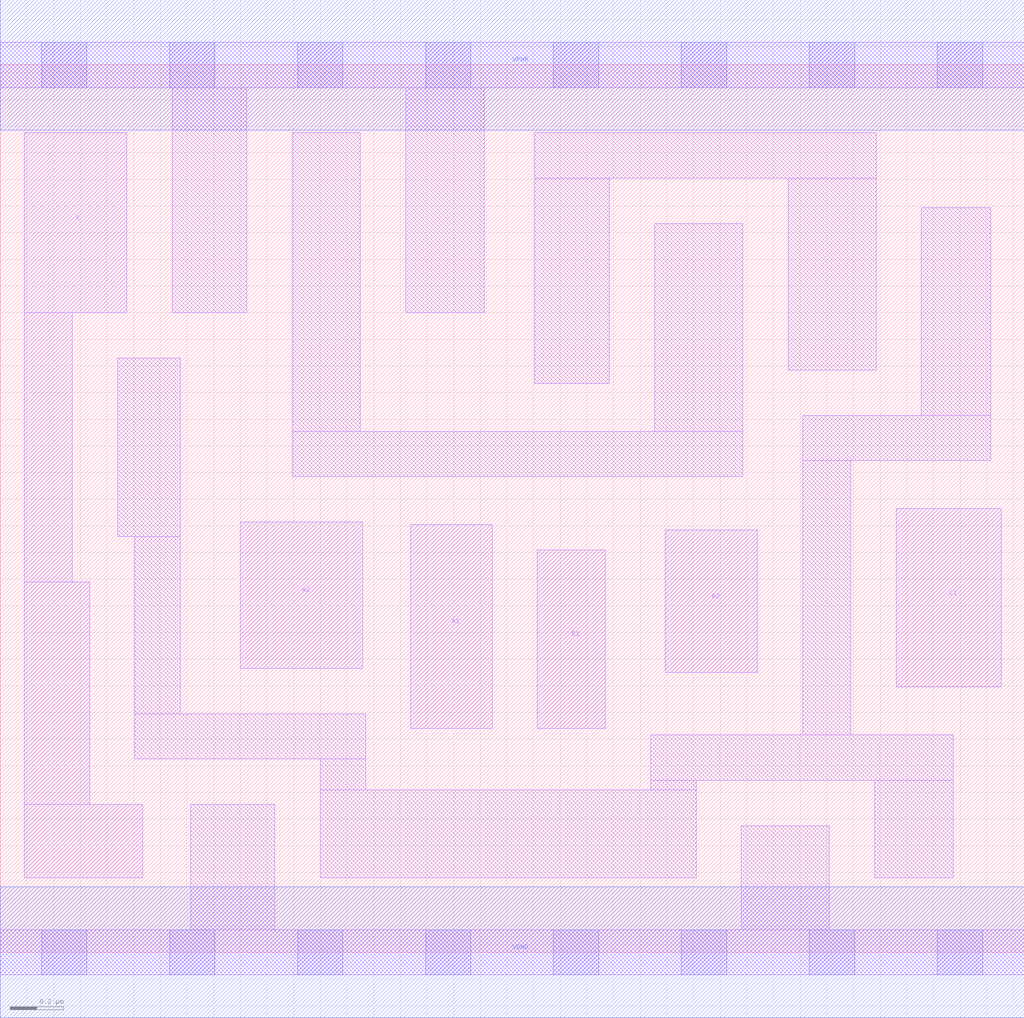
<source format=lef>
# Copyright 2020 The SkyWater PDK Authors
#
# Licensed under the Apache License, Version 2.0 (the "License");
# you may not use this file except in compliance with the License.
# You may obtain a copy of the License at
#
#     https://www.apache.org/licenses/LICENSE-2.0
#
# Unless required by applicable law or agreed to in writing, software
# distributed under the License is distributed on an "AS IS" BASIS,
# WITHOUT WARRANTIES OR CONDITIONS OF ANY KIND, either express or implied.
# See the License for the specific language governing permissions and
# limitations under the License.
#
# SPDX-License-Identifier: Apache-2.0

VERSION 5.7 ;
  NAMESCASESENSITIVE ON ;
  NOWIREEXTENSIONATPIN ON ;
  DIVIDERCHAR "/" ;
  BUSBITCHARS "[]" ;
UNITS
  DATABASE MICRONS 200 ;
END UNITS
MACRO sky130_fd_sc_lp__a221o_0
  CLASS CORE ;
  SOURCE USER ;
  FOREIGN sky130_fd_sc_lp__a221o_0 ;
  ORIGIN  0.000000  0.000000 ;
  SIZE  3.840000 BY  3.330000 ;
  SYMMETRY X Y R90 ;
  SITE unit ;
  PIN A1
    ANTENNAGATEAREA  0.159000 ;
    DIRECTION INPUT ;
    USE SIGNAL ;
    PORT
      LAYER li1 ;
        RECT 1.540000 0.840000 1.845000 1.605000 ;
    END
  END A1
  PIN A2
    ANTENNAGATEAREA  0.159000 ;
    DIRECTION INPUT ;
    USE SIGNAL ;
    PORT
      LAYER li1 ;
        RECT 0.900000 1.065000 1.360000 1.615000 ;
    END
  END A2
  PIN B1
    ANTENNAGATEAREA  0.159000 ;
    DIRECTION INPUT ;
    USE SIGNAL ;
    PORT
      LAYER li1 ;
        RECT 2.015000 0.840000 2.270000 1.510000 ;
    END
  END B1
  PIN B2
    ANTENNAGATEAREA  0.159000 ;
    DIRECTION INPUT ;
    USE SIGNAL ;
    PORT
      LAYER li1 ;
        RECT 2.495000 1.050000 2.840000 1.585000 ;
    END
  END B2
  PIN C1
    ANTENNAGATEAREA  0.159000 ;
    DIRECTION INPUT ;
    USE SIGNAL ;
    PORT
      LAYER li1 ;
        RECT 3.360000 0.995000 3.755000 1.665000 ;
    END
  END C1
  PIN X
    ANTENNADIFFAREA  0.280900 ;
    DIRECTION OUTPUT ;
    USE SIGNAL ;
    PORT
      LAYER li1 ;
        RECT 0.090000 0.280000 0.535000 0.555000 ;
        RECT 0.090000 0.555000 0.335000 1.390000 ;
        RECT 0.090000 1.390000 0.270000 2.400000 ;
        RECT 0.090000 2.400000 0.475000 3.075000 ;
    END
  END X
  PIN VGND
    DIRECTION INOUT ;
    USE GROUND ;
    PORT
      LAYER met1 ;
        RECT 0.000000 -0.245000 3.840000 0.245000 ;
    END
  END VGND
  PIN VPWR
    DIRECTION INOUT ;
    USE POWER ;
    PORT
      LAYER met1 ;
        RECT 0.000000 3.085000 3.840000 3.575000 ;
    END
  END VPWR
  OBS
    LAYER li1 ;
      RECT 0.000000 -0.085000 3.840000 0.085000 ;
      RECT 0.000000  3.245000 3.840000 3.415000 ;
      RECT 0.440000  1.560000 0.675000 2.230000 ;
      RECT 0.505000  0.725000 1.370000 0.895000 ;
      RECT 0.505000  0.895000 0.675000 1.560000 ;
      RECT 0.645000  2.400000 0.925000 3.245000 ;
      RECT 0.715000  0.085000 1.030000 0.555000 ;
      RECT 1.095000  1.785000 2.785000 1.955000 ;
      RECT 1.095000  1.955000 1.350000 3.075000 ;
      RECT 1.200000  0.280000 2.610000 0.610000 ;
      RECT 1.200000  0.610000 1.370000 0.725000 ;
      RECT 1.520000  2.400000 1.815000 3.245000 ;
      RECT 2.005000  2.135000 2.285000 2.905000 ;
      RECT 2.005000  2.905000 3.285000 3.075000 ;
      RECT 2.440000  0.610000 2.610000 0.645000 ;
      RECT 2.440000  0.645000 3.575000 0.815000 ;
      RECT 2.455000  1.955000 2.785000 2.735000 ;
      RECT 2.780000  0.085000 3.110000 0.475000 ;
      RECT 2.955000  2.185000 3.285000 2.905000 ;
      RECT 3.010000  0.815000 3.190000 1.845000 ;
      RECT 3.010000  1.845000 3.715000 2.015000 ;
      RECT 3.280000  0.280000 3.575000 0.645000 ;
      RECT 3.455000  2.015000 3.715000 2.795000 ;
    LAYER mcon ;
      RECT 0.155000 -0.085000 0.325000 0.085000 ;
      RECT 0.155000  3.245000 0.325000 3.415000 ;
      RECT 0.635000 -0.085000 0.805000 0.085000 ;
      RECT 0.635000  3.245000 0.805000 3.415000 ;
      RECT 1.115000 -0.085000 1.285000 0.085000 ;
      RECT 1.115000  3.245000 1.285000 3.415000 ;
      RECT 1.595000 -0.085000 1.765000 0.085000 ;
      RECT 1.595000  3.245000 1.765000 3.415000 ;
      RECT 2.075000 -0.085000 2.245000 0.085000 ;
      RECT 2.075000  3.245000 2.245000 3.415000 ;
      RECT 2.555000 -0.085000 2.725000 0.085000 ;
      RECT 2.555000  3.245000 2.725000 3.415000 ;
      RECT 3.035000 -0.085000 3.205000 0.085000 ;
      RECT 3.035000  3.245000 3.205000 3.415000 ;
      RECT 3.515000 -0.085000 3.685000 0.085000 ;
      RECT 3.515000  3.245000 3.685000 3.415000 ;
  END
END sky130_fd_sc_lp__a221o_0

</source>
